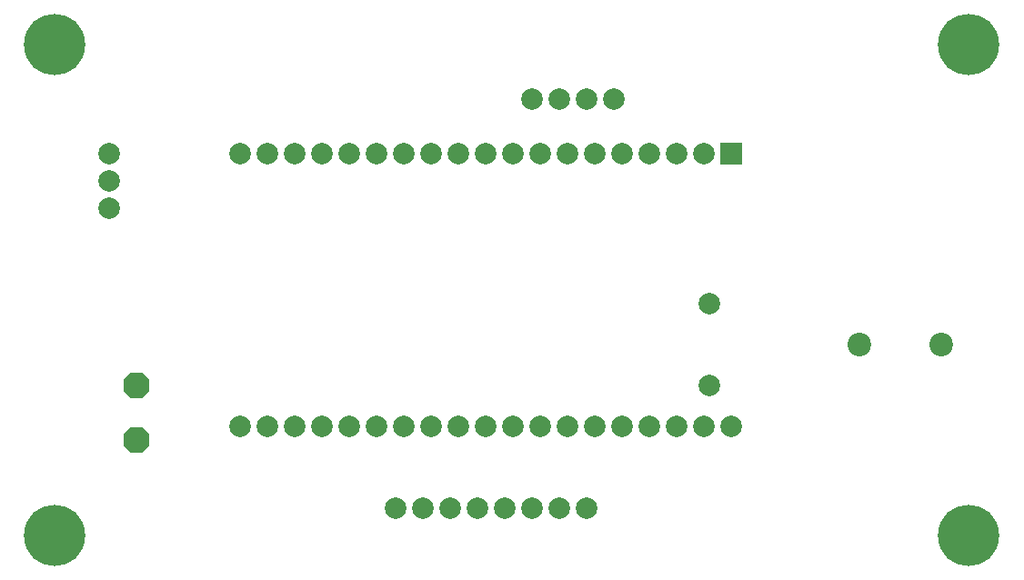
<source format=gts>
G04 Layer_Color=8388736*
%FSLAX42Y42*%
%MOMM*%
G71*
G01*
G75*
%ADD20R,2.00X2.00*%
%ADD21C,2.00*%
%ADD22P,2.60X8X292.5*%
%ADD23C,5.70*%
%ADD24C,2.20*%
D20*
X11501Y8763D02*
D03*
D21*
X11247D02*
D03*
X6929D02*
D03*
X10993D02*
D03*
X10739D02*
D03*
X10485D02*
D03*
X10231D02*
D03*
X9977D02*
D03*
X9723D02*
D03*
X9469D02*
D03*
X9215D02*
D03*
X8961D02*
D03*
X8707D02*
D03*
X8453D02*
D03*
X8199D02*
D03*
X7945D02*
D03*
X7691D02*
D03*
X7437D02*
D03*
X7183D02*
D03*
X11501Y6223D02*
D03*
X11247D02*
D03*
X10993D02*
D03*
X10739D02*
D03*
X10485D02*
D03*
X10231D02*
D03*
X9977D02*
D03*
X9723D02*
D03*
X9469D02*
D03*
X9215D02*
D03*
X8961D02*
D03*
X8707D02*
D03*
X8453D02*
D03*
X8199D02*
D03*
X7945D02*
D03*
X7691D02*
D03*
X7437D02*
D03*
X7183D02*
D03*
X6929D02*
D03*
X9652Y9271D02*
D03*
X9906D02*
D03*
X10160D02*
D03*
X10414D02*
D03*
X11303Y7366D02*
D03*
Y6604D02*
D03*
X5715Y8763D02*
D03*
Y8509D02*
D03*
Y8255D02*
D03*
X8382Y5461D02*
D03*
X8636D02*
D03*
X8890D02*
D03*
X9144D02*
D03*
X9398D02*
D03*
X9652D02*
D03*
X9906D02*
D03*
X10160D02*
D03*
D22*
X5969Y6096D02*
D03*
Y6604D02*
D03*
D23*
X5207Y9779D02*
D03*
X13716D02*
D03*
Y5207D02*
D03*
X5207D02*
D03*
D24*
X13462Y6985D02*
D03*
X12700D02*
D03*
M02*

</source>
